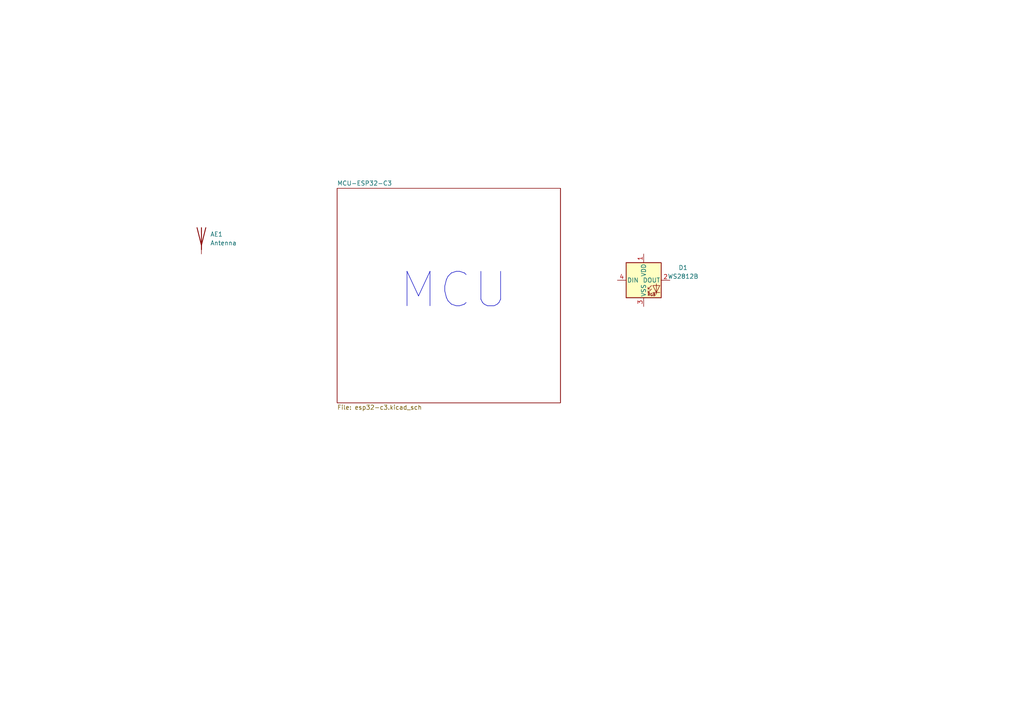
<source format=kicad_sch>
(kicad_sch (version 20230121) (generator eeschema)
  (paper "A4")
  (lib_symbols
    (symbol "Device:Antenna" (pin_numbers hide) (pin_names (offset 1.016) hide)
      (property "Reference" "AE" (at -1.905 1.905 0))
      (property "Value" "Antenna" (at -1.905 0 0))
      (symbol "Antenna_0_1"
        (polyline (pts (xy 0 2.54) (xy 0 -3.81)) (stroke (width 0.254)))
        (polyline (pts (xy 1.27 2.54) (xy 0 -2.54) (xy -1.27 2.54)) (stroke (width 0.254)))
      )
      (symbol "Antenna_1_1"
        (pin input line (at 0 -5.08 90) (length 2.54) (name "A") (number "1"))
      )
    )
    (symbol "LED:WS2812B" (pin_names (offset 0.254))
      (property "Reference" "D" (at 5.08 5.715 0))
      (property "Value" "WS2812B" (at 1.27 -5.715 0))
      (symbol "WS2812B_0_0"
        (text "RGB" (at 2.286 -4.191 0) (effects (font (size 0.762 0.762))))
      )
      (symbol "WS2812B_0_1"
        (polyline (pts (xy 1.27 -3.556) (xy 1.778 -3.556)))
        (polyline (pts (xy 1.27 -2.54) (xy 1.778 -2.54)))
        (polyline (pts (xy 4.699 -3.556) (xy 2.667 -3.556)))
        (polyline (pts (xy 2.286 -2.54) (xy 1.27 -3.556) (xy 1.27 -3.048)))
        (polyline (pts (xy 2.286 -1.524) (xy 1.27 -2.54) (xy 1.27 -2.032)))
        (polyline (pts (xy 3.683 -1.016) (xy 3.683 -3.556) (xy 3.683 -4.064)))
        (polyline (pts (xy 4.699 -1.524) (xy 2.667 -1.524) (xy 3.683 -3.556) (xy 4.699 -1.524)))
        (rectangle (start 5.08 5.08) (end -5.08 -5.08) (stroke (width 0.254)) (fill (type background)))
      )
      (symbol "WS2812B_1_1"
        (pin power_in line (at 0 7.62 270) (length 2.54) (name "VDD") (number "1"))
        (pin output line (at 7.62 0 180) (length 2.54) (name "DOUT") (number "2"))
        (pin power_in line (at 0 -7.62 90) (length 2.54) (name "VSS") (number "3"))
        (pin input line (at -7.62 0 0) (length 2.54) (name "DIN") (number "4"))
      )
    )
  )
  (text "MCU" (at 115.57 90.17 0) (effects (font (size 10 10)) (justify left bottom)))
  (symbol (lib_id "Device:Antenna") (at 58.42 68.58 0) (unit 1)
    (property "Reference" "AE1" (at 60.96 67.945 0) (effects (justify left)))
    (property "Value" "Antenna" (at 60.96 70.485 0) (effects (justify left)))
  )
  (symbol (lib_id "LED:WS2812B") (at 186.69 81.28 0) (unit 1)
    (property "Reference" "D1" (at 198.12 77.6321 0))
    (property "Value" "WS2812B" (at 198.12 80.1721 0))
    (property "Footprint" "LED_SMD:LED_WS2812B_PLCC4_5.0x5.0mm_P3.2mm" (effects hide))
    (property "Datasheet" "https://cdn-shop.adafruit.com/datasheets/WS2812B.pdf" (effects hide))
  )
  (sheet (at 97.79 54.61) (size 64.77 62.23) (stroke (width 0.1524))
    (property "Sheetname" "MCU-ESP32-C3" (at 97.79 53.8984 0) (effects (justify left bottom)))
    (property "Sheetfile" "esp32-c3.kicad_sch" (at 97.79 117.4246 0) (effects (justify left top)))
  )
)
</source>
